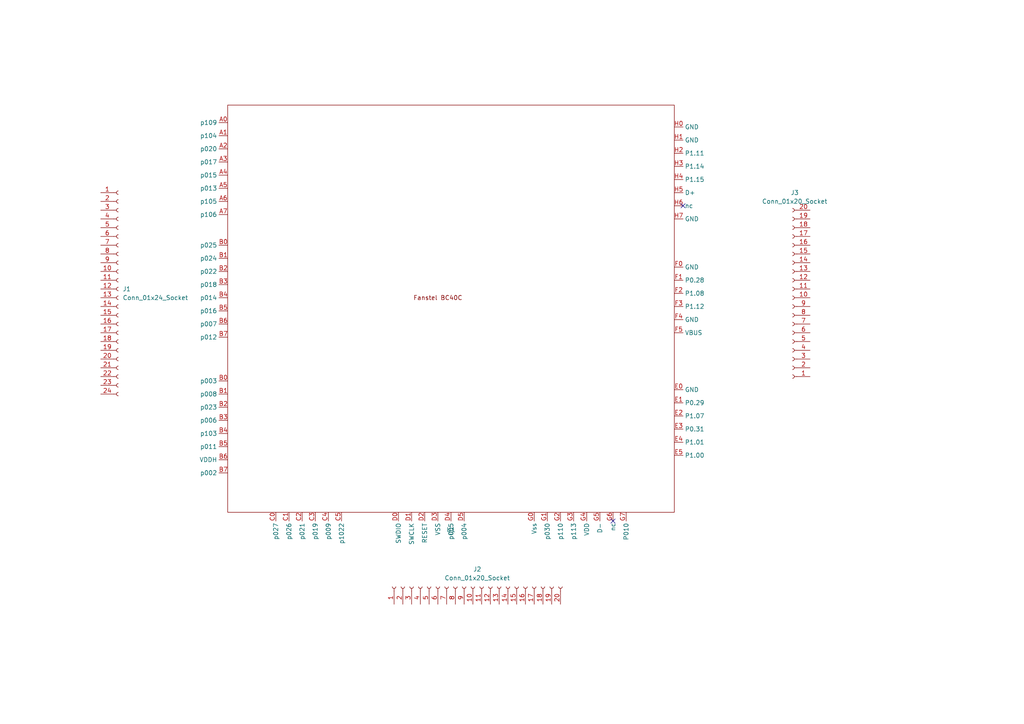
<source format=kicad_sch>
(kicad_sch (version 20231120) (generator "eeschema") (generator_version "8.0")
  (paper "A4")
  (lib_symbols
    (symbol "Connector:Conn_01x20_Socket" (pin_names (offset 1.016) hide)
      (property "Reference" "J" (at 0 25.4 0))
      (property "Value" "Conn_01x20_Socket" (at 0 -27.94 0))
      (symbol "Conn_01x20_Socket_1_1"
        (arc (start 0 -24.892) (mid -0.5058 -25.4) (end 0 -25.908) (stroke (width 0.1524)))
        (arc (start 0 -22.352) (mid -0.5058 -22.86) (end 0 -23.368) (stroke (width 0.1524)))
        (arc (start 0 -19.812) (mid -0.5058 -20.32) (end 0 -20.828) (stroke (width 0.1524)))
        (arc (start 0 -17.272) (mid -0.5058 -17.78) (end 0 -18.288) (stroke (width 0.1524)))
        (arc (start 0 -14.732) (mid -0.5058 -15.24) (end 0 -15.748) (stroke (width 0.1524)))
        (arc (start 0 -12.192) (mid -0.5058 -12.7) (end 0 -13.208) (stroke (width 0.1524)))
        (arc (start 0 -9.652) (mid -0.5058 -10.16) (end 0 -10.668) (stroke (width 0.1524)))
        (arc (start 0 -7.112) (mid -0.5058 -7.62) (end 0 -8.128) (stroke (width 0.1524)))
        (arc (start 0 -4.572) (mid -0.5058 -5.08) (end 0 -5.588) (stroke (width 0.1524)))
        (arc (start 0 -2.032) (mid -0.5058 -2.54) (end 0 -3.048) (stroke (width 0.1524)))
        (polyline (pts (xy -1.27 -25.4) (xy -0.508 -25.4)) (stroke (width 0.1524)))
        (polyline (pts (xy -1.27 -22.86) (xy -0.508 -22.86)) (stroke (width 0.1524)))
        (polyline (pts (xy -1.27 -20.32) (xy -0.508 -20.32)) (stroke (width 0.1524)))
        (polyline (pts (xy -1.27 -17.78) (xy -0.508 -17.78)) (stroke (width 0.1524)))
        (polyline (pts (xy -1.27 -15.24) (xy -0.508 -15.24)) (stroke (width 0.1524)))
        (polyline (pts (xy -1.27 -12.7) (xy -0.508 -12.7)) (stroke (width 0.1524)))
        (polyline (pts (xy -1.27 -10.16) (xy -0.508 -10.16)) (stroke (width 0.1524)))
        (polyline (pts (xy -1.27 -7.62) (xy -0.508 -7.62)) (stroke (width 0.1524)))
        (polyline (pts (xy -1.27 -5.08) (xy -0.508 -5.08)) (stroke (width 0.1524)))
        (polyline (pts (xy -1.27 -2.54) (xy -0.508 -2.54)) (stroke (width 0.1524)))
        (polyline (pts (xy -1.27 0) (xy -0.508 0)) (stroke (width 0.1524)))
        (polyline (pts (xy -1.27 2.54) (xy -0.508 2.54)) (stroke (width 0.1524)))
        (polyline (pts (xy -1.27 5.08) (xy -0.508 5.08)) (stroke (width 0.1524)))
        (polyline (pts (xy -1.27 7.62) (xy -0.508 7.62)) (stroke (width 0.1524)))
        (polyline (pts (xy -1.27 10.16) (xy -0.508 10.16)) (stroke (width 0.1524)))
        (polyline (pts (xy -1.27 12.7) (xy -0.508 12.7)) (stroke (width 0.1524)))
        (polyline (pts (xy -1.27 15.24) (xy -0.508 15.24)) (stroke (width 0.1524)))
        (polyline (pts (xy -1.27 17.78) (xy -0.508 17.78)) (stroke (width 0.1524)))
        (polyline (pts (xy -1.27 20.32) (xy -0.508 20.32)) (stroke (width 0.1524)))
        (polyline (pts (xy -1.27 22.86) (xy -0.508 22.86)) (stroke (width 0.1524)))
        (arc (start 0 0.508) (mid -0.5058 0) (end 0 -0.508) (stroke (width 0.1524)))
        (arc (start 0 3.048) (mid -0.5058 2.54) (end 0 2.032) (stroke (width 0.1524)))
        (arc (start 0 5.588) (mid -0.5058 5.08) (end 0 4.572) (stroke (width 0.1524)))
        (arc (start 0 8.128) (mid -0.5058 7.62) (end 0 7.112) (stroke (width 0.1524)))
        (arc (start 0 10.668) (mid -0.5058 10.16) (end 0 9.652) (stroke (width 0.1524)))
        (arc (start 0 13.208) (mid -0.5058 12.7) (end 0 12.192) (stroke (width 0.1524)))
        (arc (start 0 15.748) (mid -0.5058 15.24) (end 0 14.732) (stroke (width 0.1524)))
        (arc (start 0 18.288) (mid -0.5058 17.78) (end 0 17.272) (stroke (width 0.1524)))
        (arc (start 0 20.828) (mid -0.5058 20.32) (end 0 19.812) (stroke (width 0.1524)))
        (arc (start 0 23.368) (mid -0.5058 22.86) (end 0 22.352) (stroke (width 0.1524)))
        (pin passive line (at -5.08 22.86 0) (length 3.81) (name "Pin_1") (number "1"))
        (pin passive line (at -5.08 0 0) (length 3.81) (name "Pin_10") (number "10"))
        (pin passive line (at -5.08 -2.54 0) (length 3.81) (name "Pin_11") (number "11"))
        (pin passive line (at -5.08 -5.08 0) (length 3.81) (name "Pin_12") (number "12"))
        (pin passive line (at -5.08 -7.62 0) (length 3.81) (name "Pin_13") (number "13"))
        (pin passive line (at -5.08 -10.16 0) (length 3.81) (name "Pin_14") (number "14"))
        (pin passive line (at -5.08 -12.7 0) (length 3.81) (name "Pin_15") (number "15"))
        (pin passive line (at -5.08 -15.24 0) (length 3.81) (name "Pin_16") (number "16"))
        (pin passive line (at -5.08 -17.78 0) (length 3.81) (name "Pin_17") (number "17"))
        (pin passive line (at -5.08 -20.32 0) (length 3.81) (name "Pin_18") (number "18"))
        (pin passive line (at -5.08 -22.86 0) (length 3.81) (name "Pin_19") (number "19"))
        (pin passive line (at -5.08 20.32 0) (length 3.81) (name "Pin_2") (number "2"))
        (pin passive line (at -5.08 -25.4 0) (length 3.81) (name "Pin_20") (number "20"))
        (pin passive line (at -5.08 17.78 0) (length 3.81) (name "Pin_3") (number "3"))
        (pin passive line (at -5.08 15.24 0) (length 3.81) (name "Pin_4") (number "4"))
        (pin passive line (at -5.08 12.7 0) (length 3.81) (name "Pin_5") (number "5"))
        (pin passive line (at -5.08 10.16 0) (length 3.81) (name "Pin_6") (number "6"))
        (pin passive line (at -5.08 7.62 0) (length 3.81) (name "Pin_7") (number "7"))
        (pin passive line (at -5.08 5.08 0) (length 3.81) (name "Pin_8") (number "8"))
        (pin passive line (at -5.08 2.54 0) (length 3.81) (name "Pin_9") (number "9"))
      )
    )
    (symbol "Connector:Conn_01x24_Socket" (pin_names (offset 1.016) hide)
      (property "Reference" "J" (at 0 30.48 0))
      (property "Value" "Conn_01x24_Socket" (at 0 -33.02 0))
      (symbol "Conn_01x24_Socket_1_1"
        (arc (start 0 -29.972) (mid -0.5058 -30.48) (end 0 -30.988) (stroke (width 0.1524)))
        (arc (start 0 -27.432) (mid -0.5058 -27.94) (end 0 -28.448) (stroke (width 0.1524)))
        (arc (start 0 -24.892) (mid -0.5058 -25.4) (end 0 -25.908) (stroke (width 0.1524)))
        (arc (start 0 -22.352) (mid -0.5058 -22.86) (end 0 -23.368) (stroke (width 0.1524)))
        (arc (start 0 -19.812) (mid -0.5058 -20.32) (end 0 -20.828) (stroke (width 0.1524)))
        (arc (start 0 -17.272) (mid -0.5058 -17.78) (end 0 -18.288) (stroke (width 0.1524)))
        (arc (start 0 -14.732) (mid -0.5058 -15.24) (end 0 -15.748) (stroke (width 0.1524)))
        (arc (start 0 -12.192) (mid -0.5058 -12.7) (end 0 -13.208) (stroke (width 0.1524)))
        (arc (start 0 -9.652) (mid -0.5058 -10.16) (end 0 -10.668) (stroke (width 0.1524)))
        (arc (start 0 -7.112) (mid -0.5058 -7.62) (end 0 -8.128) (stroke (width 0.1524)))
        (arc (start 0 -4.572) (mid -0.5058 -5.08) (end 0 -5.588) (stroke (width 0.1524)))
        (arc (start 0 -2.032) (mid -0.5058 -2.54) (end 0 -3.048) (stroke (width 0.1524)))
        (polyline (pts (xy -1.27 -30.48) (xy -0.508 -30.48)) (stroke (width 0.1524)))
        (polyline (pts (xy -1.27 -27.94) (xy -0.508 -27.94)) (stroke (width 0.1524)))
        (polyline (pts (xy -1.27 -25.4) (xy -0.508 -25.4)) (stroke (width 0.1524)))
        (polyline (pts (xy -1.27 -22.86) (xy -0.508 -22.86)) (stroke (width 0.1524)))
        (polyline (pts (xy -1.27 -20.32) (xy -0.508 -20.32)) (stroke (width 0.1524)))
        (polyline (pts (xy -1.27 -17.78) (xy -0.508 -17.78)) (stroke (width 0.1524)))
        (polyline (pts (xy -1.27 -15.24) (xy -0.508 -15.24)) (stroke (width 0.1524)))
        (polyline (pts (xy -1.27 -12.7) (xy -0.508 -12.7)) (stroke (width 0.1524)))
        (polyline (pts (xy -1.27 -10.16) (xy -0.508 -10.16)) (stroke (width 0.1524)))
        (polyline (pts (xy -1.27 -7.62) (xy -0.508 -7.62)) (stroke (width 0.1524)))
        (polyline (pts (xy -1.27 -5.08) (xy -0.508 -5.08)) (stroke (width 0.1524)))
        (polyline (pts (xy -1.27 -2.54) (xy -0.508 -2.54)) (stroke (width 0.1524)))
        (polyline (pts (xy -1.27 0) (xy -0.508 0)) (stroke (width 0.1524)))
        (polyline (pts (xy -1.27 2.54) (xy -0.508 2.54)) (stroke (width 0.1524)))
        (polyline (pts (xy -1.27 5.08) (xy -0.508 5.08)) (stroke (width 0.1524)))
        (polyline (pts (xy -1.27 7.62) (xy -0.508 7.62)) (stroke (width 0.1524)))
        (polyline (pts (xy -1.27 10.16) (xy -0.508 10.16)) (stroke (width 0.1524)))
        (polyline (pts (xy -1.27 12.7) (xy -0.508 12.7)) (stroke (width 0.1524)))
        (polyline (pts (xy -1.27 15.24) (xy -0.508 15.24)) (stroke (width 0.1524)))
        (polyline (pts (xy -1.27 17.78) (xy -0.508 17.78)) (stroke (width 0.1524)))
        (polyline (pts (xy -1.27 20.32) (xy -0.508 20.32)) (stroke (width 0.1524)))
        (polyline (pts (xy -1.27 22.86) (xy -0.508 22.86)) (stroke (width 0.1524)))
        (polyline (pts (xy -1.27 25.4) (xy -0.508 25.4)) (stroke (width 0.1524)))
        (polyline (pts (xy -1.27 27.94) (xy -0.508 27.94)) (stroke (width 0.1524)))
        (arc (start 0 0.508) (mid -0.5058 0) (end 0 -0.508) (stroke (width 0.1524)))
        (arc (start 0 3.048) (mid -0.5058 2.54) (end 0 2.032) (stroke (width 0.1524)))
        (arc (start 0 5.588) (mid -0.5058 5.08) (end 0 4.572) (stroke (width 0.1524)))
        (arc (start 0 8.128) (mid -0.5058 7.62) (end 0 7.112) (stroke (width 0.1524)))
        (arc (start 0 10.668) (mid -0.5058 10.16) (end 0 9.652) (stroke (width 0.1524)))
        (arc (start 0 13.208) (mid -0.5058 12.7) (end 0 12.192) (stroke (width 0.1524)))
        (arc (start 0 15.748) (mid -0.5058 15.24) (end 0 14.732) (stroke (width 0.1524)))
        (arc (start 0 18.288) (mid -0.5058 17.78) (end 0 17.272) (stroke (width 0.1524)))
        (arc (start 0 20.828) (mid -0.5058 20.32) (end 0 19.812) (stroke (width 0.1524)))
        (arc (start 0 23.368) (mid -0.5058 22.86) (end 0 22.352) (stroke (width 0.1524)))
        (arc (start 0 25.908) (mid -0.5058 25.4) (end 0 24.892) (stroke (width 0.1524)))
        (arc (start 0 28.448) (mid -0.5058 27.94) (end 0 27.432) (stroke (width 0.1524)))
        (pin passive line (at -5.08 27.94 0) (length 3.81) (name "Pin_1") (number "1"))
        (pin passive line (at -5.08 5.08 0) (length 3.81) (name "Pin_10") (number "10"))
        (pin passive line (at -5.08 2.54 0) (length 3.81) (name "Pin_11") (number "11"))
        (pin passive line (at -5.08 0 0) (length 3.81) (name "Pin_12") (number "12"))
        (pin passive line (at -5.08 -2.54 0) (length 3.81) (name "Pin_13") (number "13"))
        (pin passive line (at -5.08 -5.08 0) (length 3.81) (name "Pin_14") (number "14"))
        (pin passive line (at -5.08 -7.62 0) (length 3.81) (name "Pin_15") (number "15"))
        (pin passive line (at -5.08 -10.16 0) (length 3.81) (name "Pin_16") (number "16"))
        (pin passive line (at -5.08 -12.7 0) (length 3.81) (name "Pin_17") (number "17"))
        (pin passive line (at -5.08 -15.24 0) (length 3.81) (name "Pin_18") (number "18"))
        (pin passive line (at -5.08 -17.78 0) (length 3.81) (name "Pin_19") (number "19"))
        (pin passive line (at -5.08 25.4 0) (length 3.81) (name "Pin_2") (number "2"))
        (pin passive line (at -5.08 -20.32 0) (length 3.81) (name "Pin_20") (number "20"))
        (pin passive line (at -5.08 -22.86 0) (length 3.81) (name "Pin_21") (number "21"))
        (pin passive line (at -5.08 -25.4 0) (length 3.81) (name "Pin_22") (number "22"))
        (pin passive line (at -5.08 -27.94 0) (length 3.81) (name "Pin_23") (number "23"))
        (pin passive line (at -5.08 -30.48 0) (length 3.81) (name "Pin_24") (number "24"))
        (pin passive line (at -5.08 22.86 0) (length 3.81) (name "Pin_3") (number "3"))
        (pin passive line (at -5.08 20.32 0) (length 3.81) (name "Pin_4") (number "4"))
        (pin passive line (at -5.08 17.78 0) (length 3.81) (name "Pin_5") (number "5"))
        (pin passive line (at -5.08 15.24 0) (length 3.81) (name "Pin_6") (number "6"))
        (pin passive line (at -5.08 12.7 0) (length 3.81) (name "Pin_7") (number "7"))
        (pin passive line (at -5.08 10.16 0) (length 3.81) (name "Pin_8") (number "8"))
        (pin passive line (at -5.08 7.62 0) (length 3.81) (name "Pin_9") (number "9"))
      )
    )
    (symbol "Custom:Fanstel_BC40C"
      (property "Reference" "U" (at 0 0 0))
      (symbol "Fanstel_BC40C_0_1"
        (rectangle (start -50.8 38.1) (end 78.74 -80.01))
      )
      (symbol "Fanstel_BC40C_1_1"
        (text "Fanstel BC40C\n" (at 10.16 -17.78 0) (effects (font (size 1.27 1.27))))
        (pin input line (at -50.8 33.02 180) (length 2.54) (name "p109") (number "A0"))
        (pin input line (at -50.8 29.21 180) (length 2.54) (name "p104") (number "A1"))
        (pin input line (at -50.8 25.4 180) (length 2.54) (name "p020") (number "A2"))
        (pin input line (at -50.8 21.59 180) (length 2.54) (name "p017") (number "A3"))
        (pin input line (at -50.8 17.78 180) (length 2.54) (name "p015") (number "A4"))
        (pin input line (at -50.8 13.97 180) (length 2.54) (name "p013") (number "A5"))
        (pin input line (at -50.8 10.16 180) (length 2.54) (name "p105") (number "A6"))
        (pin input line (at -50.8 6.35 180) (length 2.54) (name "p106") (number "A7"))
        (pin input line (at -50.8 -41.91 180) (length 2.54) (name "p003") (number "B0"))
        (pin input line (at -50.8 -2.54 180) (length 2.54) (name "p025") (number "B0"))
        (pin input line (at -50.8 -45.72 180) (length 2.54) (name "p008") (number "B1"))
        (pin input line (at -50.8 -6.35 180) (length 2.54) (name "p024") (number "B1"))
        (pin input line (at -50.8 -10.16 180) (length 2.54) (name "p022") (number "B2"))
        (pin input line (at -50.8 -49.53 180) (length 2.54) (name "p023") (number "B2"))
        (pin input line (at -50.8 -53.34 180) (length 2.54) (name "p006") (number "B3"))
        (pin input line (at -50.8 -13.97 180) (length 2.54) (name "p018") (number "B3"))
        (pin input line (at -50.8 -17.78 180) (length 2.54) (name "p014") (number "B4"))
        (pin input line (at -50.8 -57.15 180) (length 2.54) (name "p103") (number "B4"))
        (pin input line (at -50.8 -60.96 180) (length 2.54) (name "p011") (number "B5"))
        (pin input line (at -50.8 -21.59 180) (length 2.54) (name "p016") (number "B5"))
        (pin input line (at -50.8 -64.77 180) (length 2.54) (name "VDDH") (number "B6"))
        (pin input line (at -50.8 -25.4 180) (length 2.54) (name "p007") (number "B6"))
        (pin input line (at -50.8 -68.58 180) (length 2.54) (name "p002") (number "B7"))
        (pin input line (at -50.8 -29.21 180) (length 2.54) (name "p012") (number "B7"))
        (pin input line (at -36.83 -80.01 270) (length 2.54) (name "p027") (number "C0"))
        (pin input line (at -33.02 -80.01 270) (length 2.54) (name "p026") (number "C1"))
        (pin input line (at -29.21 -80.01 270) (length 2.54) (name "p021") (number "C2"))
        (pin input line (at -25.4 -80.01 270) (length 2.54) (name "p019") (number "C3"))
        (pin input line (at -21.59 -80.01 270) (length 2.54) (name "p009") (number "C4"))
        (pin input line (at -17.78 -80.01 270) (length 2.54) (name "p1022") (number "C5"))
        (pin input line (at -1.27 -80.01 270) (length 2.54) (name "SWDIO") (number "D0"))
        (pin input line (at 2.54 -80.01 270) (length 2.54) (name "SWCLK") (number "D1"))
        (pin input line (at 6.35 -80.01 270) (length 2.54) (name "RESET") (number "D2"))
        (pin input line (at 10.16 -80.01 270) (length 2.54) (name "VSS") (number "D3"))
        (pin input line (at 13.97 -80.01 270) (length 2.54) (name "p005") (number "D4"))
        (pin input line (at 17.78 -80.01 270) (length 2.54) (name "p004") (number "D5"))
        (pin input line (at 78.74 -44.45 0) (length 2.54) (name "GND") (number "E0"))
        (pin input line (at 78.74 -48.26 0) (length 2.54) (name "P0.29") (number "E1"))
        (pin input line (at 78.74 -52.07 0) (length 2.54) (name "P1.07") (number "E2"))
        (pin input line (at 78.74 -55.88 0) (length 2.54) (name "P0.31") (number "E3"))
        (pin input line (at 78.74 -59.69 0) (length 2.54) (name "P1.01") (number "E4"))
        (pin input line (at 78.74 -63.5 0) (length 2.54) (name "P1.00") (number "E5"))
        (pin input line (at 78.74 -8.89 0) (length 2.54) (name "GND") (number "F0"))
        (pin input line (at 78.74 -12.7 0) (length 2.54) (name "P0.28") (number "F1"))
        (pin input line (at 78.74 -16.51 0) (length 2.54) (name "P1.08") (number "F2"))
        (pin input line (at 78.74 -20.32 0) (length 2.54) (name "P1.12") (number "F3"))
        (pin input line (at 78.74 -24.13 0) (length 2.54) (name "GND") (number "F4"))
        (pin input line (at 78.74 -27.94 0) (length 2.54) (name "VBUS") (number "F5"))
        (pin input line (at 38.1 -80.01 270) (length 2.54) (name "Vss") (number "G0"))
        (pin input line (at 41.91 -80.01 270) (length 2.54) (name "p030") (number "G1"))
        (pin input line (at 45.72 -80.01 270) (length 2.54) (name "p110") (number "G2"))
        (pin input line (at 49.53 -80.01 270) (length 2.54) (name "p113") (number "G3"))
        (pin input line (at 53.34 -80.01 270) (length 2.54) (name "VDD") (number "G4"))
        (pin input line (at 57.15 -80.01 270) (length 2.54) (name "D-") (number "G5"))
        (pin input line (at 60.96 -80.01 270) (length 2.54) (name "nc") (number "G6"))
        (pin input line (at 64.77 -80.01 270) (length 2.54) (name "P010") (number "G7"))
        (pin input line (at 78.74 31.75 0) (length 2.54) (name "GND") (number "H0"))
        (pin input line (at 78.74 27.94 0) (length 2.54) (name "GND") (number "H1"))
        (pin input line (at 78.74 24.13 0) (length 2.54) (name "P1.11") (number "H2"))
        (pin input line (at 78.74 20.32 0) (length 2.54) (name "P1.14") (number "H3"))
        (pin input line (at 78.74 16.51 0) (length 2.54) (name "P1.15") (number "H4"))
        (pin input line (at 78.74 12.7 0) (length 2.54) (name "D+") (number "H5"))
        (pin input line (at 78.74 8.89 0) (length 2.54) (name "nc") (number "H6"))
        (pin input line (at 78.74 5.08 0) (length 2.54) (name "GND") (number "H7"))
      )
    )
  )
  (no_connect (at 198.12 59.69))
  (no_connect (at 177.8 151.13))
  (symbol (lib_id "Connector:Conn_01x20_Socket") (at 137.16 170.18 90) (unit 1)
    (property "Reference" "J2" (at 138.43 165.1 90))
    (property "Value" "Conn_01x20_Socket" (at 138.43 167.64 90))
    (property "Description" "Generic connector, single row, 01x20, script generated" (effects (hide yes)))
  )
  (symbol (lib_id "Custom:Fanstel_BC40C") (at 116.84 68.58 0) (unit 1)
    (property "Reference" "U1" (at 130.81 153.67 0))
    (property "Value" "~" (at 130.81 154.94 0))
  )
  (symbol (lib_id "Connector:Conn_01x24_Socket") (at 34.29 83.82 0) (unit 1)
    (property "Reference" "J1" (at 35.56 83.8199 0) (effects (justify left)))
    (property "Value" "Conn_01x24_Socket" (at 35.56 86.3599 0) (effects (justify left)))
    (property "Description" "Generic connector, single row, 01x24, script generated" (effects (hide yes)))
  )
  (symbol (lib_id "Connector:Conn_01x20_Socket") (at 229.87 86.36 180) (unit 1)
    (property "Reference" "J3" (at 230.505 55.88 0))
    (property "Value" "Conn_01x20_Socket" (at 230.505 58.42 0))
    (property "Description" "Generic connector, single row, 01x20, script generated" (effects (hide yes)))
  )
)
</source>
